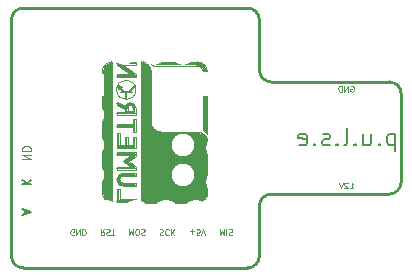
<source format=gbo>
%FSLAX34Y34*%
G04 Gerber Fmt 3.4, Leading zero omitted, Abs format*
G04 (created by PCBNEW (2014-05-21 BZR 4875)-product) date Monday 14 July 2014 12:06:10 PM IST*
%MOIN*%
G01*
G70*
G90*
G04 APERTURE LIST*
%ADD10C,0.005906*%
%ADD11C,0.003937*%
%ADD12C,0.010000*%
%ADD13C,0.005000*%
%ADD14C,0.007874*%
%ADD15C,0.006299*%
%ADD16R,0.350000X0.090000*%
%ADD17C,0.079055*%
%ADD18R,0.079055X0.079055*%
%ADD19C,0.086929*%
%ADD20R,0.086929X0.086929*%
%ADD21R,0.075118X0.075118*%
%ADD22C,0.075118*%
G04 APERTURE END LIST*
G54D10*
G54D11*
X12609Y-15334D02*
X12591Y-15344D01*
X12564Y-15344D01*
X12537Y-15334D01*
X12519Y-15315D01*
X12510Y-15297D01*
X12501Y-15259D01*
X12501Y-15231D01*
X12510Y-15194D01*
X12519Y-15175D01*
X12537Y-15156D01*
X12564Y-15147D01*
X12582Y-15147D01*
X12609Y-15156D01*
X12618Y-15165D01*
X12618Y-15231D01*
X12582Y-15231D01*
X12699Y-15147D02*
X12699Y-15344D01*
X12807Y-15147D01*
X12807Y-15344D01*
X12897Y-15147D02*
X12897Y-15344D01*
X12942Y-15344D01*
X12969Y-15334D01*
X12987Y-15315D01*
X12996Y-15297D01*
X13005Y-15259D01*
X13005Y-15231D01*
X12996Y-15194D01*
X12987Y-15175D01*
X12969Y-15156D01*
X12942Y-15147D01*
X12897Y-15147D01*
X13626Y-15147D02*
X13563Y-15240D01*
X13518Y-15147D02*
X13518Y-15344D01*
X13590Y-15344D01*
X13608Y-15334D01*
X13617Y-15325D01*
X13626Y-15306D01*
X13626Y-15278D01*
X13617Y-15259D01*
X13608Y-15250D01*
X13590Y-15240D01*
X13518Y-15240D01*
X13698Y-15156D02*
X13725Y-15147D01*
X13770Y-15147D01*
X13788Y-15156D01*
X13797Y-15165D01*
X13806Y-15184D01*
X13806Y-15203D01*
X13797Y-15222D01*
X13788Y-15231D01*
X13770Y-15240D01*
X13734Y-15250D01*
X13716Y-15259D01*
X13707Y-15269D01*
X13698Y-15287D01*
X13698Y-15306D01*
X13707Y-15325D01*
X13716Y-15334D01*
X13734Y-15344D01*
X13779Y-15344D01*
X13806Y-15334D01*
X13860Y-15344D02*
X13968Y-15344D01*
X13914Y-15147D02*
X13914Y-15344D01*
X14463Y-15147D02*
X14463Y-15344D01*
X14526Y-15203D01*
X14589Y-15344D01*
X14589Y-15147D01*
X14715Y-15344D02*
X14751Y-15344D01*
X14769Y-15334D01*
X14787Y-15315D01*
X14796Y-15278D01*
X14796Y-15212D01*
X14787Y-15175D01*
X14769Y-15156D01*
X14751Y-15147D01*
X14715Y-15147D01*
X14697Y-15156D01*
X14679Y-15175D01*
X14670Y-15212D01*
X14670Y-15278D01*
X14679Y-15315D01*
X14697Y-15334D01*
X14715Y-15344D01*
X14868Y-15156D02*
X14895Y-15147D01*
X14940Y-15147D01*
X14958Y-15156D01*
X14967Y-15165D01*
X14976Y-15184D01*
X14976Y-15203D01*
X14967Y-15222D01*
X14958Y-15231D01*
X14940Y-15240D01*
X14904Y-15250D01*
X14886Y-15259D01*
X14877Y-15269D01*
X14868Y-15287D01*
X14868Y-15306D01*
X14877Y-15325D01*
X14886Y-15334D01*
X14904Y-15344D01*
X14949Y-15344D01*
X14976Y-15334D01*
X15480Y-15156D02*
X15507Y-15147D01*
X15552Y-15147D01*
X15570Y-15156D01*
X15579Y-15165D01*
X15588Y-15184D01*
X15588Y-15203D01*
X15579Y-15222D01*
X15570Y-15231D01*
X15552Y-15240D01*
X15516Y-15250D01*
X15498Y-15259D01*
X15489Y-15269D01*
X15480Y-15287D01*
X15480Y-15306D01*
X15489Y-15325D01*
X15498Y-15334D01*
X15516Y-15344D01*
X15561Y-15344D01*
X15588Y-15334D01*
X15777Y-15165D02*
X15768Y-15156D01*
X15741Y-15147D01*
X15723Y-15147D01*
X15696Y-15156D01*
X15678Y-15175D01*
X15669Y-15194D01*
X15660Y-15231D01*
X15660Y-15259D01*
X15669Y-15297D01*
X15678Y-15315D01*
X15696Y-15334D01*
X15723Y-15344D01*
X15741Y-15344D01*
X15768Y-15334D01*
X15777Y-15325D01*
X15858Y-15147D02*
X15858Y-15344D01*
X15966Y-15147D02*
X15885Y-15259D01*
X15966Y-15344D02*
X15858Y-15231D01*
X16479Y-15222D02*
X16623Y-15222D01*
X16551Y-15147D02*
X16551Y-15297D01*
X16803Y-15344D02*
X16713Y-15344D01*
X16704Y-15250D01*
X16713Y-15259D01*
X16731Y-15269D01*
X16776Y-15269D01*
X16794Y-15259D01*
X16803Y-15250D01*
X16812Y-15231D01*
X16812Y-15184D01*
X16803Y-15165D01*
X16794Y-15156D01*
X16776Y-15147D01*
X16731Y-15147D01*
X16713Y-15156D01*
X16704Y-15165D01*
X16866Y-15344D02*
X16929Y-15147D01*
X16992Y-15344D01*
X17487Y-15147D02*
X17487Y-15344D01*
X17550Y-15203D01*
X17613Y-15344D01*
X17613Y-15147D01*
X17703Y-15147D02*
X17703Y-15344D01*
X17784Y-15156D02*
X17811Y-15147D01*
X17856Y-15147D01*
X17874Y-15156D01*
X17883Y-15165D01*
X17892Y-15184D01*
X17892Y-15203D01*
X17883Y-15222D01*
X17874Y-15231D01*
X17856Y-15240D01*
X17820Y-15250D01*
X17802Y-15259D01*
X17793Y-15269D01*
X17784Y-15287D01*
X17784Y-15306D01*
X17793Y-15325D01*
X17802Y-15334D01*
X17820Y-15344D01*
X17865Y-15344D01*
X17892Y-15334D01*
G54D12*
X18405Y-16437D02*
X10925Y-16437D01*
X23523Y-10629D02*
X23523Y-13582D01*
X23129Y-10236D02*
X19192Y-10236D01*
X23129Y-13976D02*
X19192Y-13976D01*
X23129Y-13976D02*
G75*
G03X23523Y-13582I0J393D01*
G74*
G01*
X23523Y-10629D02*
G75*
G03X23129Y-10236I-393J0D01*
G74*
G01*
X10925Y-7775D02*
X18405Y-7775D01*
X10531Y-16043D02*
X10531Y-8169D01*
X10531Y-16043D02*
G75*
G03X10925Y-16437I393J0D01*
G74*
G01*
X10925Y-7775D02*
G75*
G03X10531Y-8169I0J-393D01*
G74*
G01*
G54D13*
X10977Y-14632D02*
X10977Y-14501D01*
X10898Y-14658D02*
X11174Y-14566D01*
X10898Y-14475D01*
X10898Y-13654D02*
X11174Y-13654D01*
X10898Y-13497D02*
X11056Y-13615D01*
X11174Y-13497D02*
X11017Y-13654D01*
G54D11*
X10898Y-12814D02*
X11174Y-12814D01*
X10898Y-12657D01*
X11174Y-12657D01*
X10898Y-12526D02*
X11174Y-12526D01*
X11174Y-12460D01*
X11161Y-12421D01*
X11135Y-12395D01*
X11108Y-12381D01*
X11056Y-12368D01*
X11017Y-12368D01*
X10964Y-12381D01*
X10938Y-12395D01*
X10912Y-12421D01*
X10898Y-12460D01*
X10898Y-12526D01*
X21814Y-13789D02*
X21927Y-13789D01*
X21871Y-13789D02*
X21871Y-13592D01*
X21889Y-13621D01*
X21908Y-13639D01*
X21927Y-13649D01*
X21739Y-13611D02*
X21730Y-13602D01*
X21711Y-13592D01*
X21664Y-13592D01*
X21646Y-13602D01*
X21636Y-13611D01*
X21627Y-13630D01*
X21627Y-13649D01*
X21636Y-13677D01*
X21749Y-13789D01*
X21627Y-13789D01*
X21571Y-13592D02*
X21505Y-13789D01*
X21439Y-13592D01*
X21842Y-10374D02*
X21861Y-10364D01*
X21889Y-10364D01*
X21917Y-10374D01*
X21936Y-10392D01*
X21946Y-10411D01*
X21955Y-10449D01*
X21955Y-10477D01*
X21946Y-10514D01*
X21936Y-10533D01*
X21917Y-10552D01*
X21889Y-10561D01*
X21871Y-10561D01*
X21842Y-10552D01*
X21833Y-10542D01*
X21833Y-10477D01*
X21871Y-10477D01*
X21749Y-10561D02*
X21749Y-10364D01*
X21636Y-10561D01*
X21636Y-10364D01*
X21542Y-10561D02*
X21542Y-10364D01*
X21496Y-10364D01*
X21467Y-10374D01*
X21449Y-10392D01*
X21439Y-10411D01*
X21430Y-10449D01*
X21430Y-10477D01*
X21439Y-10514D01*
X21449Y-10533D01*
X21467Y-10552D01*
X21496Y-10561D01*
X21542Y-10561D01*
G54D12*
X18799Y-9842D02*
X18799Y-8169D01*
X18799Y-16043D02*
X18799Y-14370D01*
X18799Y-8169D02*
G75*
G03X18405Y-7775I-393J0D01*
G74*
G01*
X18799Y-9842D02*
G75*
G03X19192Y-10236I393J0D01*
G74*
G01*
X18405Y-16437D02*
G75*
G03X18799Y-16043I0J393D01*
G74*
G01*
X19192Y-13976D02*
G75*
G03X18799Y-14370I0J-393D01*
G74*
G01*
G54D14*
X23335Y-11960D02*
X23335Y-12550D01*
X23335Y-11988D02*
X23278Y-11960D01*
X23166Y-11960D01*
X23110Y-11988D01*
X23082Y-12016D01*
X23053Y-12072D01*
X23053Y-12241D01*
X23082Y-12297D01*
X23110Y-12325D01*
X23166Y-12353D01*
X23278Y-12353D01*
X23335Y-12325D01*
X22800Y-12297D02*
X22772Y-12325D01*
X22800Y-12353D01*
X22829Y-12325D01*
X22800Y-12297D01*
X22800Y-12353D01*
X22266Y-11960D02*
X22266Y-12353D01*
X22519Y-11960D02*
X22519Y-12269D01*
X22491Y-12325D01*
X22435Y-12353D01*
X22350Y-12353D01*
X22294Y-12325D01*
X22266Y-12297D01*
X21985Y-12297D02*
X21957Y-12325D01*
X21985Y-12353D01*
X22013Y-12325D01*
X21985Y-12297D01*
X21985Y-12353D01*
X21619Y-12353D02*
X21676Y-12325D01*
X21704Y-12269D01*
X21704Y-11763D01*
X21394Y-12297D02*
X21366Y-12325D01*
X21394Y-12353D01*
X21422Y-12325D01*
X21394Y-12297D01*
X21394Y-12353D01*
X21141Y-12325D02*
X21085Y-12353D01*
X20973Y-12353D01*
X20916Y-12325D01*
X20888Y-12269D01*
X20888Y-12241D01*
X20916Y-12185D01*
X20973Y-12156D01*
X21057Y-12156D01*
X21113Y-12128D01*
X21141Y-12072D01*
X21141Y-12044D01*
X21113Y-11988D01*
X21057Y-11960D01*
X20973Y-11960D01*
X20916Y-11988D01*
X20635Y-12297D02*
X20607Y-12325D01*
X20635Y-12353D01*
X20663Y-12325D01*
X20635Y-12297D01*
X20635Y-12353D01*
X20129Y-12325D02*
X20185Y-12353D01*
X20298Y-12353D01*
X20354Y-12325D01*
X20382Y-12269D01*
X20382Y-12044D01*
X20354Y-11988D01*
X20298Y-11960D01*
X20185Y-11960D01*
X20129Y-11988D01*
X20101Y-12044D01*
X20101Y-12100D01*
X20382Y-12156D01*
G54D15*
X15167Y-11840D02*
X15167Y-11624D01*
X13858Y-9911D02*
G75*
G02X13877Y-9872I29J9D01*
G74*
G01*
X13828Y-9911D02*
G75*
G02X13877Y-9822I68J19D01*
G74*
G01*
X13779Y-9891D02*
G75*
G02X13887Y-9783I108J0D01*
G74*
G01*
X13720Y-9931D02*
G75*
G02X13868Y-9724I177J29D01*
G74*
G01*
X13671Y-9911D02*
G75*
G02X13877Y-9665I226J19D01*
G74*
G01*
X13612Y-9921D02*
G75*
G02X13868Y-9606I285J29D01*
G74*
G01*
X13877Y-13976D02*
G75*
G02X13848Y-13927I9J39D01*
G74*
G01*
X13877Y-14015D02*
G75*
G02X13809Y-13907I19J88D01*
G74*
G01*
X13868Y-14064D02*
G75*
G02X13769Y-13907I29J127D01*
G74*
G01*
X13868Y-14124D02*
G75*
G02X13720Y-13917I29J177D01*
G74*
G01*
X13877Y-14173D02*
G75*
G02X13661Y-13917I19J236D01*
G74*
G01*
X13877Y-14222D02*
G75*
G02X13612Y-13917I19J285D01*
G74*
G01*
X13848Y-9911D02*
X13848Y-13887D01*
X13848Y-13887D02*
X13789Y-13887D01*
X13789Y-13887D02*
X13789Y-9940D01*
X13789Y-9940D02*
X13730Y-9940D01*
X13730Y-9940D02*
X13730Y-13887D01*
X13730Y-13887D02*
X13671Y-13887D01*
X13671Y-13887D02*
X13671Y-9940D01*
X13671Y-9940D02*
X13612Y-9940D01*
X13612Y-9940D02*
X13612Y-13887D01*
X13582Y-9911D02*
X13877Y-9911D01*
X13582Y-13917D02*
X13877Y-13917D01*
X17037Y-14025D02*
X17007Y-14055D01*
X15206Y-14242D02*
X15206Y-11702D01*
X15206Y-11702D02*
X15265Y-11811D01*
X15265Y-11811D02*
X15265Y-14242D01*
X15265Y-14242D02*
X15324Y-14242D01*
X15324Y-14242D02*
X15324Y-11850D01*
X15324Y-11850D02*
X15383Y-11899D01*
X15383Y-11899D02*
X15383Y-14242D01*
X15383Y-14242D02*
X15442Y-14242D01*
X15442Y-14242D02*
X15442Y-11909D01*
X15442Y-11909D02*
X15501Y-11929D01*
X15501Y-11929D02*
X15501Y-14242D01*
X15501Y-14242D02*
X15561Y-14242D01*
X15561Y-14242D02*
X15561Y-11929D01*
X15561Y-11929D02*
X15620Y-11929D01*
X15620Y-11929D02*
X15620Y-14242D01*
X15620Y-14242D02*
X15679Y-14242D01*
X15679Y-14242D02*
X15679Y-11929D01*
X15679Y-11929D02*
X15738Y-11929D01*
X15738Y-11929D02*
X15738Y-14242D01*
X15738Y-14242D02*
X15797Y-14242D01*
X15797Y-14242D02*
X15797Y-11929D01*
X15797Y-11929D02*
X15856Y-11929D01*
X15856Y-11929D02*
X15856Y-14242D01*
X15856Y-14242D02*
X15915Y-14242D01*
X15915Y-14242D02*
X15915Y-11929D01*
X15915Y-11929D02*
X15974Y-11929D01*
X15974Y-11929D02*
X15974Y-14242D01*
X15974Y-14242D02*
X16033Y-14242D01*
X16033Y-14242D02*
X16033Y-11929D01*
X16033Y-11929D02*
X16092Y-11929D01*
X16092Y-11929D02*
X16092Y-14242D01*
X16092Y-14242D02*
X16151Y-14242D01*
X16151Y-14242D02*
X16151Y-11929D01*
X16151Y-11929D02*
X16210Y-11929D01*
X16210Y-11929D02*
X16210Y-14242D01*
X16210Y-14242D02*
X16269Y-14242D01*
X16269Y-14242D02*
X16269Y-11929D01*
X16269Y-11929D02*
X16328Y-11929D01*
X16328Y-11929D02*
X16328Y-14242D01*
X16328Y-14242D02*
X16387Y-14242D01*
X16387Y-14242D02*
X16387Y-11929D01*
X16387Y-11929D02*
X16446Y-11929D01*
X16446Y-11929D02*
X16446Y-14242D01*
X16446Y-14242D02*
X16505Y-14242D01*
X16505Y-14242D02*
X16505Y-11929D01*
X16505Y-11929D02*
X16564Y-11929D01*
X16564Y-11929D02*
X16564Y-14242D01*
X16564Y-14242D02*
X16624Y-14242D01*
X16624Y-14242D02*
X16624Y-11929D01*
X16624Y-11929D02*
X16683Y-11929D01*
X16683Y-11929D02*
X16683Y-14242D01*
X16683Y-14242D02*
X16742Y-14242D01*
X16742Y-14242D02*
X16742Y-11929D01*
X16742Y-11929D02*
X16801Y-11929D01*
X16801Y-11929D02*
X16801Y-14242D01*
X16801Y-14242D02*
X16860Y-14212D01*
X16860Y-14212D02*
X16860Y-11968D01*
X16860Y-11968D02*
X16860Y-11958D01*
X16860Y-11958D02*
X16919Y-11988D01*
X16919Y-11988D02*
X16919Y-14183D01*
X16919Y-14183D02*
X16978Y-14124D01*
X16978Y-14124D02*
X16978Y-12037D01*
X16978Y-12037D02*
X17037Y-12155D01*
X17037Y-12155D02*
X17037Y-14025D01*
X14911Y-14242D02*
X14911Y-9586D01*
X14911Y-9586D02*
X14970Y-9616D01*
X14970Y-9616D02*
X14970Y-14242D01*
X14970Y-14242D02*
X15029Y-14242D01*
X15029Y-14242D02*
X15029Y-9635D01*
X15029Y-9635D02*
X15088Y-9685D01*
X15088Y-9685D02*
X15088Y-14242D01*
X15088Y-14242D02*
X15147Y-14242D01*
X15147Y-14242D02*
X15147Y-9773D01*
X15147Y-9773D02*
X15118Y-9714D01*
X16938Y-9783D02*
X16860Y-9704D01*
X16722Y-9685D02*
X16938Y-9685D01*
X16938Y-9685D02*
X16938Y-9852D01*
X15295Y-9665D02*
X15206Y-9596D01*
X16860Y-9606D02*
X15226Y-9606D01*
X15285Y-9655D02*
X16919Y-9655D01*
X17047Y-11850D02*
X17047Y-11899D01*
X16968Y-11820D02*
X16968Y-9694D01*
X17017Y-11889D02*
X17017Y-9763D01*
X14616Y-10019D02*
X14527Y-9940D01*
X14576Y-10019D02*
X14074Y-9655D01*
X14074Y-9655D02*
X14212Y-9655D01*
X14665Y-10000D02*
X14163Y-9665D01*
X14665Y-9616D02*
X14064Y-9616D01*
X14064Y-10029D02*
X14665Y-10029D01*
X14340Y-11072D02*
X14064Y-10935D01*
X14340Y-11122D02*
X14074Y-10984D01*
X14606Y-11122D02*
X14606Y-11092D01*
X14566Y-10964D02*
X14458Y-10964D01*
X14557Y-11003D02*
X14448Y-11003D01*
X14409Y-10974D02*
X14409Y-11062D01*
X14586Y-10974D02*
X14586Y-11062D01*
X14635Y-11250D02*
X14330Y-11250D01*
X14360Y-11250D02*
X14360Y-11013D01*
X14635Y-11250D02*
X14635Y-11003D01*
X14665Y-11279D02*
X14064Y-11279D01*
X14616Y-11771D02*
X14616Y-11653D01*
X14606Y-11692D02*
X14064Y-11692D01*
X14635Y-11889D02*
X14635Y-11496D01*
X14635Y-12372D02*
X14114Y-12372D01*
X14094Y-12401D02*
X14596Y-12401D01*
X14094Y-11968D02*
X14094Y-12431D01*
X14360Y-12076D02*
X14360Y-12431D01*
X14635Y-12076D02*
X14635Y-12431D01*
X14350Y-12883D02*
X14291Y-12883D01*
X14547Y-12677D02*
X14498Y-12677D01*
X14665Y-13110D02*
X14399Y-12893D01*
X14399Y-12893D02*
X14645Y-12677D01*
X14645Y-12677D02*
X14566Y-12677D01*
X14566Y-12677D02*
X14330Y-12883D01*
X14330Y-12883D02*
X14566Y-13090D01*
X14064Y-12637D02*
X14665Y-12637D01*
G54D11*
X14045Y-12588D02*
X14045Y-12687D01*
G54D15*
X14064Y-13120D02*
X14665Y-13120D01*
X14094Y-13503D02*
G75*
G02X14251Y-13346I157J0D01*
G74*
G01*
X14251Y-13641D02*
G75*
G02X14114Y-13503I0J137D01*
G74*
G01*
X14074Y-13503D02*
G75*
G02X14251Y-13326I177J0D01*
G74*
G01*
X14251Y-13681D02*
G75*
G02X14074Y-13503I0J177D01*
G74*
G01*
X14153Y-13326D02*
X14665Y-13326D01*
X14665Y-13661D02*
X14153Y-13661D01*
X14094Y-14202D02*
X14133Y-14163D01*
X14094Y-14202D02*
X14094Y-13838D01*
X14665Y-14202D02*
X14064Y-14202D01*
X14074Y-10364D02*
X14212Y-10393D01*
X14212Y-10393D02*
X14124Y-10482D01*
X14124Y-10482D02*
X14074Y-10364D01*
X14291Y-10580D02*
X14084Y-10374D01*
X14448Y-10580D02*
X14645Y-10383D01*
X14370Y-10580D02*
X14183Y-10580D01*
X14370Y-10580D02*
X14557Y-10580D01*
X14370Y-10816D02*
X14370Y-10580D01*
G54D11*
X14685Y-10501D02*
G75*
G03X14685Y-10501I-324J0D01*
G74*
G01*
X14685Y-11112D02*
X14685Y-11328D01*
X14311Y-11112D02*
G75*
G02X14498Y-10925I187J0D01*
G74*
G01*
X14498Y-10925D02*
G75*
G02X14685Y-11112I0J-187D01*
G74*
G01*
X14586Y-11112D02*
X14586Y-11230D01*
X14409Y-11112D02*
X14409Y-11230D01*
X14409Y-11112D02*
G75*
G02X14498Y-11023I88J0D01*
G74*
G01*
X14498Y-11023D02*
G75*
G02X14586Y-11112I0J-88D01*
G74*
G01*
X14409Y-11230D02*
X14586Y-11230D01*
X14045Y-11328D02*
X14045Y-11230D01*
X14045Y-11230D02*
X14311Y-11230D01*
X14311Y-11230D02*
X14311Y-11131D01*
X14311Y-11131D02*
X14045Y-11003D01*
X14045Y-11003D02*
X14045Y-10895D01*
X14045Y-10895D02*
X14311Y-11023D01*
X14045Y-11328D02*
X14685Y-11328D01*
X14685Y-9960D02*
X14242Y-9665D01*
X14242Y-9665D02*
X14311Y-9665D01*
X14685Y-9566D02*
X14045Y-9566D01*
X14045Y-9566D02*
X14045Y-9685D01*
X14045Y-9685D02*
X14488Y-9980D01*
X14488Y-9980D02*
X14419Y-9980D01*
X14685Y-9566D02*
X14685Y-9665D01*
X14685Y-9665D02*
X14311Y-9665D01*
X14045Y-10078D02*
X14685Y-10078D01*
X14685Y-10078D02*
X14685Y-9960D01*
X14045Y-10078D02*
X14045Y-9980D01*
X14045Y-9980D02*
X14419Y-9980D01*
X14685Y-11909D02*
X14685Y-11476D01*
X14685Y-11476D02*
X14586Y-11476D01*
X14586Y-11476D02*
X14586Y-11643D01*
X14586Y-11643D02*
X14045Y-11643D01*
X14045Y-11643D02*
X14045Y-11742D01*
X14045Y-11742D02*
X14586Y-11742D01*
X14586Y-11742D02*
X14586Y-11909D01*
X14586Y-11909D02*
X14685Y-11909D01*
X14685Y-12450D02*
X14685Y-12057D01*
X14685Y-12057D02*
X14586Y-12057D01*
X14586Y-12057D02*
X14586Y-12352D01*
X14586Y-12352D02*
X14409Y-12352D01*
X14409Y-12352D02*
X14409Y-12057D01*
X14409Y-12057D02*
X14311Y-12057D01*
X14311Y-12057D02*
X14311Y-12352D01*
X14311Y-12352D02*
X14143Y-12352D01*
X14143Y-12352D02*
X14143Y-11948D01*
X14143Y-11948D02*
X14045Y-11948D01*
X14045Y-11948D02*
X14045Y-12450D01*
X14045Y-12450D02*
X14685Y-12450D01*
X14685Y-12588D02*
X14685Y-12696D01*
X14685Y-12696D02*
X14448Y-12883D01*
X14448Y-12883D02*
X14685Y-13061D01*
X14685Y-13061D02*
X14685Y-13169D01*
X14507Y-12696D02*
X14251Y-12883D01*
X14251Y-12883D02*
X14507Y-13070D01*
X14045Y-13169D02*
X14685Y-13169D01*
X14507Y-12687D02*
X14045Y-12687D01*
X14045Y-12588D02*
X14685Y-12588D01*
X14045Y-13169D02*
X14045Y-13070D01*
X14045Y-13070D02*
X14507Y-13070D01*
X14685Y-13277D02*
X14261Y-13277D01*
X14261Y-13375D02*
X14685Y-13375D01*
X14685Y-13710D02*
X14261Y-13710D01*
X14261Y-13612D02*
X14685Y-13612D01*
X14261Y-13710D02*
G75*
G02X14045Y-13494I0J216D01*
G74*
G01*
X14045Y-13494D02*
G75*
G02X14261Y-13277I216J0D01*
G74*
G01*
X14143Y-13494D02*
G75*
G02X14261Y-13375I118J0D01*
G74*
G01*
X14261Y-13612D02*
G75*
G02X14143Y-13494I0J118D01*
G74*
G01*
X14685Y-13375D02*
X14685Y-13277D01*
X14685Y-13710D02*
X14685Y-13612D01*
X14685Y-14153D02*
X14685Y-14251D01*
X14685Y-14153D02*
X14143Y-14153D01*
X14143Y-14153D02*
X14143Y-13818D01*
X14143Y-13818D02*
X14045Y-13818D01*
X14045Y-13818D02*
X14045Y-14251D01*
X14045Y-14251D02*
X14685Y-14251D01*
X15140Y-9578D02*
G75*
G02X15265Y-9704I-277J-401D01*
G74*
G01*
X16941Y-11833D02*
G75*
G02X17066Y-11978I-327J-410D01*
G74*
G01*
X16732Y-9566D02*
X15127Y-9566D01*
X16732Y-9704D02*
X15265Y-9704D01*
X16929Y-9901D02*
X16929Y-11830D01*
X17066Y-9901D02*
X17066Y-11978D01*
X16732Y-9704D02*
G75*
G02X16929Y-9901I0J-196D01*
G74*
G01*
X16732Y-9566D02*
G75*
G02X17066Y-9901I0J-334D01*
G74*
G01*
X15196Y-9901D02*
X15196Y-11574D01*
X14862Y-9566D02*
G75*
G02X15196Y-9901I0J-334D01*
G74*
G01*
X15531Y-11909D02*
G75*
G02X15196Y-11574I0J334D01*
G74*
G01*
X16732Y-11909D02*
X15521Y-11909D01*
X16732Y-11909D02*
G75*
G02X17066Y-12244I0J-334D01*
G74*
G01*
X17066Y-13927D02*
X17066Y-12244D01*
X17066Y-13927D02*
G75*
G02X16732Y-14261I-334J0D01*
G74*
G01*
X14862Y-9566D02*
X14862Y-14261D01*
X14862Y-14261D02*
X16732Y-14261D01*
X13562Y-13927D02*
X13562Y-9901D01*
X13897Y-14261D02*
G75*
G02X13562Y-13927I0J334D01*
G74*
G01*
X13562Y-9901D02*
G75*
G02X13897Y-9566I334J0D01*
G74*
G01*
X13897Y-14261D02*
X13897Y-9566D01*
X21814Y-13789D02*
X21927Y-13789D01*
X21871Y-13789D02*
X21871Y-13592D01*
X21889Y-13621D01*
X21908Y-13639D01*
X21927Y-13649D01*
X21739Y-13611D02*
X21730Y-13602D01*
X21711Y-13592D01*
X21664Y-13592D01*
X21646Y-13602D01*
X21636Y-13611D01*
X21627Y-13630D01*
X21627Y-13649D01*
X21636Y-13677D01*
X21749Y-13789D01*
X21627Y-13789D01*
X21571Y-13592D02*
X21505Y-13789D01*
X21439Y-13592D01*
%LPC*%
G54D16*
X21758Y-13106D03*
X21758Y-11106D03*
G54D17*
X15275Y-9271D03*
G54D18*
X15275Y-8287D03*
G54D17*
X16259Y-9271D03*
G54D18*
X16259Y-8287D03*
G54D17*
X17421Y-12440D03*
G54D18*
X18405Y-12440D03*
G54D17*
X18208Y-8385D03*
G54D18*
X17224Y-8385D03*
G54D19*
X11712Y-14582D03*
X11712Y-13582D03*
X11712Y-12582D03*
X17696Y-14606D03*
X16696Y-14606D03*
X15696Y-14606D03*
X14696Y-14606D03*
X13696Y-14606D03*
G54D20*
X12696Y-14606D03*
G54D19*
X14681Y-15846D03*
X13681Y-15846D03*
G54D20*
X12681Y-15846D03*
G54D19*
X15732Y-15846D03*
G54D20*
X16732Y-15846D03*
G54D19*
X17732Y-15846D03*
X11675Y-15850D03*
G54D17*
X13385Y-9271D03*
X13385Y-8287D03*
X11023Y-8661D03*
X12007Y-8661D03*
G54D18*
X17031Y-10314D03*
G54D17*
X18031Y-11314D03*
X18031Y-9314D03*
G54D18*
X18031Y-10314D03*
G54D17*
X11007Y-10531D03*
X12007Y-11531D03*
G54D18*
X12007Y-9531D03*
G54D17*
X12007Y-10531D03*
X18405Y-13582D03*
X17421Y-13582D03*
X14291Y-8287D03*
X14291Y-9271D03*
G54D21*
X13263Y-10350D03*
G54D22*
X13263Y-11350D03*
X13263Y-12350D03*
X13263Y-13350D03*
X16263Y-13350D03*
X16263Y-12350D03*
X16263Y-11350D03*
X16263Y-10350D03*
M02*

</source>
